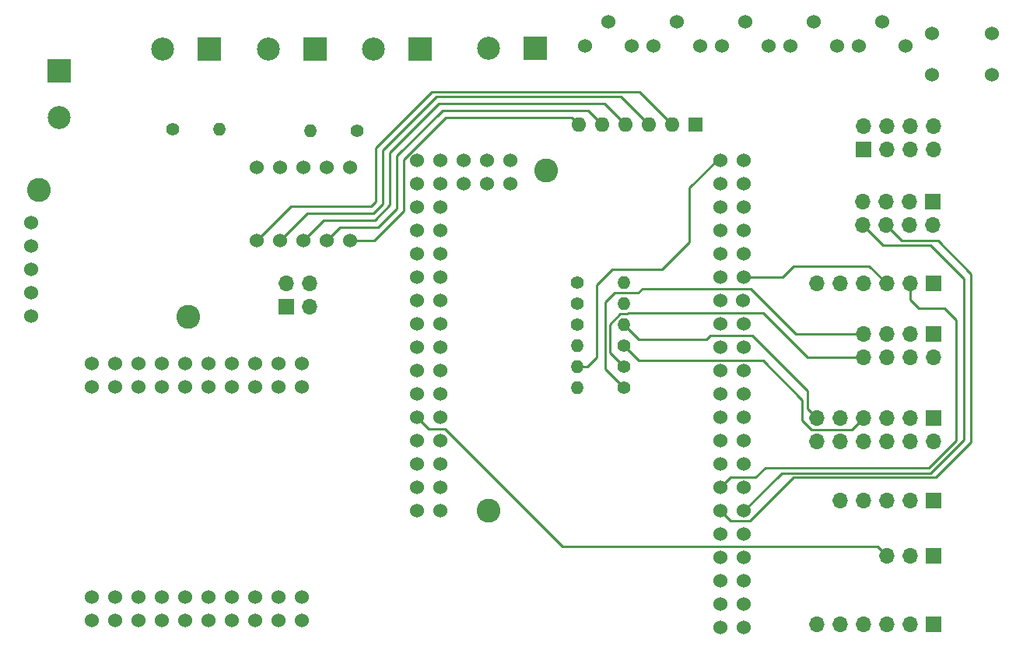
<source format=gbr>
%TF.GenerationSoftware,KiCad,Pcbnew,(6.0.0-0)*%
%TF.CreationDate,2022-02-24T11:08:07-05:00*%
%TF.ProjectId,LED_Controller_Without_Level_Shifter,4c45445f-436f-46e7-9472-6f6c6c65725f,1.0*%
%TF.SameCoordinates,Original*%
%TF.FileFunction,Copper,L2,Inr*%
%TF.FilePolarity,Positive*%
%FSLAX46Y46*%
G04 Gerber Fmt 4.6, Leading zero omitted, Abs format (unit mm)*
G04 Created by KiCad (PCBNEW (6.0.0-0)) date 2022-02-24 11:08:07*
%MOMM*%
%LPD*%
G01*
G04 APERTURE LIST*
%TA.AperFunction,ComponentPad*%
%ADD10R,2.500000X2.500000*%
%TD*%
%TA.AperFunction,ComponentPad*%
%ADD11C,2.500000*%
%TD*%
%TA.AperFunction,ComponentPad*%
%ADD12R,1.700000X1.700000*%
%TD*%
%TA.AperFunction,ComponentPad*%
%ADD13O,1.700000X1.700000*%
%TD*%
%TA.AperFunction,ComponentPad*%
%ADD14C,1.400000*%
%TD*%
%TA.AperFunction,ComponentPad*%
%ADD15O,1.400000X1.400000*%
%TD*%
%TA.AperFunction,ComponentPad*%
%ADD16R,1.600000X1.600000*%
%TD*%
%TA.AperFunction,ComponentPad*%
%ADD17O,1.600000X1.600000*%
%TD*%
%TA.AperFunction,ComponentPad*%
%ADD18C,1.524000*%
%TD*%
%TA.AperFunction,ComponentPad*%
%ADD19C,2.600000*%
%TD*%
%TA.AperFunction,Conductor*%
%ADD20C,0.250000*%
%TD*%
G04 APERTURE END LIST*
D10*
%TO.N,GND*%
%TO.C,J1*%
X93790000Y-70645000D03*
D11*
%TO.N,+12V*%
X93790000Y-75725000D03*
%TD*%
D10*
%TO.N,GND*%
%TO.C,J2*%
X110180000Y-68280000D03*
D11*
%TO.N,+5V*%
X105100000Y-68280000D03*
%TD*%
D10*
%TO.N,GND*%
%TO.C,J3*%
X133045000Y-68280000D03*
D11*
%TO.N,+5V*%
X127965000Y-68280000D03*
%TD*%
D10*
%TO.N,GND*%
%TO.C,J4*%
X121615000Y-68254000D03*
D11*
%TO.N,+5V*%
X116535000Y-68254000D03*
%TD*%
D12*
%TO.N,GND*%
%TO.C,J5*%
X188930000Y-99250000D03*
D13*
X188930000Y-101790000D03*
%TO.N,+5V*%
X186390000Y-99250000D03*
X186390000Y-101790000D03*
%TO.N,LDP_CLOCK*%
X183850000Y-99250000D03*
%TO.N,MAINT_CLOCK*%
X183850000Y-101790000D03*
%TO.N,/H-R1_LD*%
X181310000Y-99250000D03*
%TO.N,/H-R2-MD*%
X181310000Y-101790000D03*
%TD*%
D12*
%TO.N,GND*%
%TO.C,J6*%
X189000000Y-108380000D03*
D13*
X189000000Y-110920000D03*
%TO.N,+5V*%
X186460000Y-108380000D03*
X186460000Y-110920000D03*
%TO.N,CS1_CLOCK*%
X183920000Y-108380000D03*
%TO.N,VU1_CLOCK*%
X183920000Y-110920000D03*
%TO.N,/H-R3_C1D*%
X181380000Y-108380000D03*
%TO.N,/H-R4_V1D*%
X181380000Y-110920000D03*
%TO.N,CS2_CLOCK*%
X178840000Y-108380000D03*
%TO.N,VU2_CLOCK*%
X178840000Y-110920000D03*
%TO.N,/H-R5_C2D*%
X176300000Y-108380000D03*
%TO.N,/H-R6_V2D*%
X176300000Y-110920000D03*
%TD*%
D12*
%TO.N,GND*%
%TO.C,J7*%
X188976000Y-117334000D03*
D13*
%TO.N,+5V*%
X186436000Y-117334000D03*
%TO.N,DP_LOAD*%
X183896000Y-117334000D03*
%TO.N,DP_CLOCK*%
X181356000Y-117334000D03*
%TO.N,DP_DATA_IN*%
X178816000Y-117334000D03*
%TD*%
D12*
%TO.N,GND*%
%TO.C,J8*%
X188976000Y-130810000D03*
D13*
%TO.N,+5V*%
X186436000Y-130810000D03*
%TO.N,VU_STROBE*%
X183896000Y-130810000D03*
%TO.N,VU_RESET*%
X181356000Y-130810000D03*
%TO.N,SPECTRUM_LEFT*%
X178816000Y-130810000D03*
%TO.N,SPECTRUM_RIGHT*%
X176276000Y-130810000D03*
%TD*%
D12*
%TO.N,+5V*%
%TO.C,J9*%
X181320000Y-79145000D03*
D13*
X181320000Y-76605000D03*
%TO.N,GND*%
X183860000Y-79145000D03*
X183860000Y-76605000D03*
%TO.N,SCL*%
X186400000Y-79145000D03*
X186400000Y-76605000D03*
%TO.N,SDA*%
X188940000Y-79145000D03*
X188940000Y-76605000D03*
%TD*%
D12*
%TO.N,GND*%
%TO.C,J10*%
X188920000Y-84885000D03*
D13*
X188920000Y-87425000D03*
%TO.N,+5V*%
X186380000Y-84885000D03*
X186380000Y-87425000D03*
%TO.N,TX1*%
X183840000Y-84885000D03*
%TO.N,TX0*%
X183840000Y-87425000D03*
%TO.N,RX1*%
X181300000Y-84885000D03*
%TO.N,RX0*%
X181300000Y-87425000D03*
%TD*%
D12*
%TO.N,GND*%
%TO.C,J11*%
X188951000Y-93751000D03*
D13*
%TO.N,OE*%
X186411000Y-93751000D03*
%TO.N,SCL*%
X183871000Y-93751000D03*
%TO.N,SDA*%
X181331000Y-93751000D03*
%TO.N,+5V*%
X178791000Y-93751000D03*
X176251000Y-93751000D03*
%TD*%
D14*
%TO.N,/H-R2-MD*%
%TO.C,R2*%
X155290000Y-102822000D03*
D15*
%TO.N,MAINT_DATA*%
X150210000Y-102822000D03*
%TD*%
D14*
%TO.N,/H-R3_C1D*%
%TO.C,R3*%
X155290000Y-100534000D03*
D15*
%TO.N,CS1_DATA*%
X150210000Y-100534000D03*
%TD*%
D14*
%TO.N,CS2_DATA*%
%TO.C,R4*%
X150210000Y-98246000D03*
D15*
%TO.N,/H-R5_C2D*%
X155290000Y-98246000D03*
%TD*%
D14*
%TO.N,VU1_DATA*%
%TO.C,R5*%
X150210000Y-95958000D03*
D15*
%TO.N,/H-R4_V1D*%
X155290000Y-95958000D03*
%TD*%
D14*
%TO.N,VU2_DATA*%
%TO.C,R6*%
X150210000Y-93670000D03*
D15*
%TO.N,/H-R6_V2D*%
X155290000Y-93670000D03*
%TD*%
D16*
%TO.N,GND*%
%TO.C,RN1*%
X163068000Y-76454000D03*
D17*
%TO.N,JUMPER1*%
X160528000Y-76454000D03*
%TO.N,JUMPER2*%
X157988000Y-76454000D03*
%TO.N,JUMPER3*%
X155448000Y-76454000D03*
%TO.N,JUMPER4*%
X152908000Y-76454000D03*
%TO.N,JUMPER5*%
X150368000Y-76454000D03*
%TD*%
D18*
%TO.N,unconnected-(U1-Pad0)*%
%TO.C,U1*%
X90780000Y-87130000D03*
%TO.N,+12V*%
X90780000Y-89670000D03*
%TO.N,GND*%
X90780000Y-92210000D03*
X90780000Y-94750000D03*
%TO.N,+5V*%
X90780000Y-97290000D03*
D19*
%TO.N,N/C*%
X107838800Y-97361200D03*
X91610000Y-83600000D03*
%TD*%
D18*
%TO.N,unconnected-(U2-Pad0)*%
%TO.C,U2*%
X105015400Y-130406600D03*
%TO.N,unconnected-(U2-Pad1)*%
X120205400Y-127866600D03*
%TO.N,unconnected-(U2-Pad2)*%
X102475400Y-130406600D03*
%TO.N,unconnected-(U2-Pad3)*%
X117715400Y-127866600D03*
%TO.N,unconnected-(U2-Pad4)*%
X107555400Y-130406600D03*
%TO.N,unconnected-(U2-Pad5)*%
X105015400Y-105000600D03*
%TO.N,unconnected-(U2-Pad18)*%
X112635400Y-105000600D03*
%TO.N,unconnected-(U2-Pad19)*%
X110095400Y-105000600D03*
%TO.N,unconnected-(U2-Pad21)*%
X112635400Y-127866600D03*
%TO.N,unconnected-(U2-Pad22)*%
X115175400Y-127866600D03*
%TO.N,unconnected-(U2-Pad23)*%
X107555400Y-105000600D03*
%TO.N,unconnected-(U2-Pad25)*%
X107555400Y-127866600D03*
%TO.N,unconnected-(U2-Pad26)*%
X115175400Y-105000600D03*
%TO.N,unconnected-(U2-Pad27)*%
X110095400Y-127866600D03*
%TO.N,unconnected-(U2-Pad32)*%
X112635400Y-130406600D03*
%TO.N,unconnected-(U2-Pad33)*%
X110095400Y-102460600D03*
%TO.N,unconnected-(U2-Pad34)*%
X107555400Y-102460600D03*
%TO.N,unconnected-(U2-Pad35)*%
X112635400Y-102460600D03*
%TO.N,unconnected-(U2-Pad39)*%
X115175400Y-102460600D03*
%TO.N,GND*%
X105015400Y-127866600D03*
X120255400Y-130406600D03*
X120255400Y-102460600D03*
%TO.N,+5V*%
X102475400Y-127866600D03*
%TO.N,3.3V*%
X102475400Y-105000600D03*
%TO.N,unconnected-(U2-Pad80)*%
X99935400Y-127866600D03*
%TO.N,unconnected-(U2-Pad81)*%
X97395400Y-127866600D03*
%TO.N,unconnected-(U2-Pad82)*%
X110095400Y-130406600D03*
%TO.N,unconnected-(U2-Pad83)*%
X99935400Y-130406600D03*
%TO.N,unconnected-(U2-Pad84)*%
X97395400Y-130406600D03*
%TO.N,unconnected-(U2-Pad85)*%
X120255400Y-105000600D03*
%TO.N,unconnected-(U2-Pad86)*%
X117715400Y-105000600D03*
%TO.N,unconnected-(U2-Pad87)*%
X99935400Y-105000600D03*
%TO.N,unconnected-(U2-Pad88)*%
X97395400Y-105000600D03*
%TO.N,unconnected-(U2-Pad89)*%
X117715400Y-102460600D03*
%TO.N,unconnected-(U2-Pad90)*%
X105015400Y-102460600D03*
%TO.N,unconnected-(U2-Pad91)*%
X102475400Y-102460600D03*
%TO.N,unconnected-(U2-Pad92)*%
X99935400Y-102460600D03*
%TO.N,unconnected-(U2-Pad93)*%
X97395400Y-102460600D03*
%TO.N,ESP_LOGIC_RX*%
X115175400Y-130406600D03*
%TO.N,ESP_LOGIC_TX*%
X117715400Y-130406600D03*
%TD*%
D14*
%TO.N,/H-R1_LD*%
%TO.C,R1*%
X155290000Y-105110000D03*
D15*
%TO.N,LDP_DATA*%
X150210000Y-105110000D03*
%TD*%
D18*
%TO.N,JUMPER5*%
%TO.C,SW1*%
X125476000Y-89091000D03*
%TO.N,JUMPER4*%
X122936000Y-89091000D03*
%TO.N,JUMPER3*%
X120396000Y-89091000D03*
%TO.N,JUMPER2*%
X117856000Y-89091000D03*
%TO.N,JUMPER1*%
X115316000Y-89091000D03*
%TO.N,+5V*%
X115316000Y-81089000D03*
X117856000Y-81089000D03*
X120396000Y-81089000D03*
X122936000Y-81089000D03*
X125476000Y-81089000D03*
%TD*%
%TO.N,GND*%
%TO.C,SW2*%
X188820000Y-71020000D03*
%TO.N,RESET*%
X188820000Y-66520000D03*
%TO.N,GND*%
X195320000Y-71020000D03*
%TO.N,RESET*%
X195320000Y-66520000D03*
%TD*%
%TO.N,TX0*%
%TO.C,U4*%
X165770000Y-118470000D03*
%TO.N,RX0*%
X168310000Y-118470000D03*
%TO.N,OE*%
X165770000Y-115930000D03*
%TO.N,DP_DATA_IN*%
X168310000Y-115930000D03*
%TO.N,DP_CLOCK*%
X165780000Y-113390000D03*
%TO.N,DP_LOAD*%
X168310000Y-113390000D03*
%TO.N,unconnected-(U4-Pad6)*%
X165770000Y-110850000D03*
%TO.N,unconnected-(U4-Pad7)*%
X168310000Y-110850000D03*
%TO.N,unconnected-(U4-Pad8)*%
X165770000Y-108310000D03*
%TO.N,unconnected-(U4-Pad9)*%
X168310000Y-108310000D03*
%TO.N,unconnected-(U4-Pad10)*%
X165770000Y-105770000D03*
%TO.N,unconnected-(U4-Pad11)*%
X168310000Y-105770000D03*
%TO.N,VU_STROBE*%
X165770000Y-103230000D03*
%TO.N,VU_RESET*%
X168310000Y-103230000D03*
%TO.N,unconnected-(U4-Pad14)*%
X165770000Y-100690000D03*
%TO.N,unconnected-(U4-Pad15)*%
X168310000Y-100690000D03*
%TO.N,LOGIC_2560_RX*%
X165770000Y-98150000D03*
%TO.N,LOGIC_2560_TX*%
X168310000Y-98150000D03*
%TO.N,TX1*%
X165780000Y-95610000D03*
%TO.N,RX1*%
X168230000Y-95610000D03*
%TO.N,SDA*%
X165780000Y-93070000D03*
%TO.N,SCL*%
X168310000Y-93070000D03*
%TO.N,unconnected-(U4-Pad22)*%
X165770000Y-90530000D03*
%TO.N,unconnected-(U4-Pad23)*%
X168310000Y-90530000D03*
%TO.N,unconnected-(U4-Pad24)*%
X165770000Y-87990000D03*
%TO.N,unconnected-(U4-Pad25)*%
X168310000Y-87990000D03*
%TO.N,unconnected-(U4-Pad26)*%
X165770000Y-85450000D03*
%TO.N,unconnected-(U4-Pad27)*%
X168310000Y-85450000D03*
%TO.N,unconnected-(U4-Pad28)*%
X165770000Y-82910000D03*
%TO.N,unconnected-(U4-Pad29)*%
X168310000Y-82910000D03*
%TO.N,MAINT_DATA*%
X165770000Y-80370000D03*
%TO.N,unconnected-(U4-Pad31)*%
X168310000Y-80370000D03*
%TO.N,MAINT_CLOCK*%
X132750000Y-98150000D03*
%TO.N,unconnected-(U4-Pad33)*%
X135290000Y-98150000D03*
%TO.N,LDP_DATA*%
X132750000Y-95610000D03*
%TO.N,unconnected-(U4-Pad35)*%
X135290000Y-95610000D03*
%TO.N,LDP_CLOCK*%
X132750000Y-93070000D03*
%TO.N,unconnected-(U4-Pad37)*%
X135290000Y-93070000D03*
%TO.N,CS1_DATA*%
X132750000Y-90530000D03*
%TO.N,unconnected-(U4-Pad39)*%
X135290000Y-90530000D03*
%TO.N,CS1_CLOCK*%
X132750000Y-87990000D03*
%TO.N,unconnected-(U4-Pad41)*%
X135290000Y-87990000D03*
%TO.N,CS2_DATA*%
X132750000Y-85450000D03*
%TO.N,unconnected-(U4-Pad43)*%
X135290000Y-85450000D03*
%TO.N,CS2_CLOCK*%
X132750000Y-82910000D03*
%TO.N,JUMPER5*%
X135290000Y-82910000D03*
%TO.N,VU1_DATA*%
X132750000Y-80370000D03*
%TO.N,JUMPER4*%
X135290000Y-80370000D03*
%TO.N,VU1_CLOCK*%
X137840000Y-80370000D03*
%TO.N,JUMPER3*%
X137830000Y-82910000D03*
%TO.N,VU2_DATA*%
X140370000Y-80370000D03*
%TO.N,JUMPER2*%
X140370000Y-82910000D03*
%TO.N,VU2_CLOCK*%
X142910000Y-80370000D03*
%TO.N,JUMPER1*%
X142910000Y-82910000D03*
%TO.N,GND*%
X168310000Y-128630000D03*
X165770000Y-128630000D03*
%TO.N,+5V*%
X165770000Y-131170000D03*
X168310000Y-131170000D03*
%TO.N,unconnected-(U4-Pad72)*%
X165770000Y-126090000D03*
%TO.N,unconnected-(U4-Pad73)*%
X168310000Y-126090000D03*
%TO.N,unconnected-(U4-Pad74)*%
X168310000Y-123550000D03*
%TO.N,unconnected-(U4-Pad75)*%
X165770000Y-123550000D03*
D19*
%TO.N,N/C*%
X146820000Y-81440000D03*
X140530000Y-118470000D03*
D18*
%TO.N,unconnected-(U4-Pad104)*%
X165770000Y-121010000D03*
%TO.N,RESET*%
X168310000Y-121010000D03*
%TO.N,SPECTRUM_LEFT*%
X132750000Y-118470000D03*
%TO.N,SPECTRUM_RIGHT*%
X135290000Y-118470000D03*
%TO.N,TRIM1*%
X132750000Y-115930000D03*
%TO.N,TRIM2*%
X135290000Y-115930000D03*
%TO.N,TRIM3*%
X132750000Y-113390000D03*
%TO.N,TRIM4*%
X135290000Y-113390000D03*
%TO.N,TRIM5*%
X132750000Y-110850000D03*
%TO.N,BATTERY_LEVEL*%
X135290000Y-110850000D03*
%TO.N,EXT_MIC*%
X132750000Y-108310000D03*
%TO.N,unconnected-(U4-Pad209)*%
X135290000Y-108310000D03*
%TO.N,unconnected-(U4-Pad210)*%
X132750000Y-105770000D03*
%TO.N,unconnected-(U4-Pad211)*%
X135290000Y-105770000D03*
%TO.N,unconnected-(U4-Pad212)*%
X132750000Y-103230000D03*
%TO.N,unconnected-(U4-Pad213)*%
X135290000Y-103230000D03*
%TO.N,unconnected-(U4-Pad214)*%
X132750000Y-100690000D03*
%TO.N,unconnected-(U4-Pad215)*%
X135290000Y-100690000D03*
%TD*%
%TO.N,GND*%
%TO.C,RV1*%
X156140000Y-67935000D03*
%TO.N,TRIM1*%
X153600000Y-65325000D03*
%TO.N,+5V*%
X151060000Y-67935000D03*
%TD*%
%TO.N,GND*%
%TO.C,RV2*%
X171015000Y-67935000D03*
%TO.N,TRIM3*%
X168475000Y-65325000D03*
%TO.N,+5V*%
X165935000Y-67935000D03*
%TD*%
%TO.N,GND*%
%TO.C,RV3*%
X185890000Y-67935000D03*
%TO.N,TRIM5*%
X183350000Y-65325000D03*
%TO.N,+5V*%
X180810000Y-67935000D03*
%TD*%
%TO.N,GND*%
%TO.C,RV4*%
X163577500Y-67935000D03*
%TO.N,TRIM2*%
X161037500Y-65325000D03*
%TO.N,+5V*%
X158497500Y-67935000D03*
%TD*%
%TO.N,GND*%
%TO.C,RV5*%
X178452500Y-67935000D03*
%TO.N,TRIM4*%
X175912500Y-65325000D03*
%TO.N,+5V*%
X173372500Y-67935000D03*
%TD*%
D12*
%TO.N,ESP_LOGIC_RX*%
%TO.C,J13*%
X118545000Y-96315000D03*
D13*
%TO.N,ESP_LOGIC_TX*%
X118545000Y-93775000D03*
%TO.N,LOGIC_2560_RX*%
X121085000Y-96315000D03*
%TO.N,LOGIC_2560_TX*%
X121085000Y-93775000D03*
%TD*%
D12*
%TO.N,GND*%
%TO.C,J13*%
X188975000Y-123340000D03*
D13*
%TO.N,+5V*%
X186435000Y-123340000D03*
%TO.N,EXT_MIC*%
X183895000Y-123340000D03*
%TD*%
D14*
%TO.N,BATTERY_LEVEL*%
%TO.C,R7*%
X106172000Y-76962000D03*
D15*
%TO.N,POS*%
X111252000Y-76962000D03*
%TD*%
D14*
%TO.N,NEG*%
%TO.C,R8*%
X126238000Y-77140000D03*
D15*
%TO.N,BATTERY_LEVEL*%
X121158000Y-77140000D03*
%TD*%
D10*
%TO.N,POS*%
%TO.C,J12*%
X145625000Y-68170000D03*
D11*
%TO.N,NEG*%
X140545000Y-68170000D03*
%TD*%
D20*
%TO.N,SCL*%
X173754800Y-91840000D02*
X172524800Y-93070000D01*
X183871000Y-93751000D02*
X181960000Y-91840000D01*
X172524800Y-93070000D02*
X168310000Y-93070000D01*
X181960000Y-91840000D02*
X173754800Y-91840000D01*
%TO.N,RX0*%
X172421520Y-114358480D02*
X188663520Y-114358480D01*
X168250000Y-118530000D02*
X172421520Y-114358480D01*
X192278000Y-110744000D02*
X192278000Y-93218000D01*
X192278000Y-93218000D02*
X188630000Y-89570000D01*
X188663520Y-114358480D02*
X192278000Y-110744000D01*
X188630000Y-89570000D02*
X183445000Y-89570000D01*
X183445000Y-89570000D02*
X181300000Y-87425000D01*
%TO.N,TX0*%
X189450480Y-89120480D02*
X185535480Y-89120480D01*
X166856511Y-119556511D02*
X168943489Y-119556511D01*
X173692000Y-114808000D02*
X189230000Y-114808000D01*
X165770000Y-118470000D02*
X166856511Y-119556511D01*
X185535480Y-89120480D02*
X183840000Y-87425000D01*
X193040000Y-92710000D02*
X189450480Y-89120480D01*
X168943489Y-119556511D02*
X173692000Y-114808000D01*
X193040000Y-110998000D02*
X193040000Y-92710000D01*
X189230000Y-114808000D02*
X193040000Y-110998000D01*
%TO.N,OE*%
X166856511Y-114843489D02*
X169616511Y-114843489D01*
X169616511Y-114843489D02*
X170690000Y-113770000D01*
X165522600Y-116177400D02*
X166856511Y-114843489D01*
X186411000Y-95491000D02*
X186411000Y-93751000D01*
X191430000Y-97720000D02*
X190160000Y-96450000D01*
X191430000Y-110820000D02*
X191430000Y-97720000D01*
X187370000Y-96450000D02*
X186411000Y-95491000D01*
X188480000Y-113770000D02*
X191430000Y-110820000D01*
X170690000Y-113770000D02*
X188480000Y-113770000D01*
X190160000Y-96450000D02*
X187370000Y-96450000D01*
%TO.N,MAINT_DATA*%
X162420000Y-89240000D02*
X159450000Y-92210000D01*
X152340000Y-101780000D02*
X151298000Y-102822000D01*
X162420000Y-83360000D02*
X162420000Y-89240000D01*
X165410000Y-80370000D02*
X162420000Y-83360000D01*
X165770000Y-80370000D02*
X165410000Y-80370000D01*
X151298000Y-102822000D02*
X150210000Y-102822000D01*
X159450000Y-92210000D02*
X154014282Y-92210000D01*
X154014282Y-92210000D02*
X152340000Y-93884282D01*
X152340000Y-93884282D02*
X152340000Y-101780000D01*
%TO.N,JUMPER5*%
X149606000Y-75692000D02*
X135890000Y-75692000D01*
X135890000Y-75692000D02*
X131318000Y-80264000D01*
X131318000Y-85852000D02*
X128079000Y-89091000D01*
X131318000Y-80264000D02*
X131318000Y-85852000D01*
X150368000Y-76454000D02*
X149606000Y-75692000D01*
X128079000Y-89091000D02*
X125476000Y-89091000D01*
%TO.N,JUMPER4*%
X124397000Y-87630000D02*
X122936000Y-89091000D01*
X151384000Y-74930000D02*
X135508282Y-74930000D01*
X128524000Y-87630000D02*
X124397000Y-87630000D01*
X130556000Y-85598000D02*
X128524000Y-87630000D01*
X152908000Y-76454000D02*
X151384000Y-74930000D01*
X130556000Y-79882282D02*
X130556000Y-85598000D01*
X135508282Y-74930000D02*
X130556000Y-79882282D01*
%TO.N,JUMPER3*%
X153162000Y-74168000D02*
X135128000Y-74168000D01*
X129794000Y-79502000D02*
X129794000Y-85217000D01*
X122619000Y-86868000D02*
X120396000Y-89091000D01*
X129794000Y-85217000D02*
X128143000Y-86868000D01*
X128143000Y-86868000D02*
X122619000Y-86868000D01*
X135128000Y-74168000D02*
X129794000Y-79502000D01*
X155448000Y-76454000D02*
X153162000Y-74168000D01*
%TO.N,JUMPER2*%
X129032000Y-79248000D02*
X129032000Y-85090000D01*
X128016000Y-86106000D02*
X120841000Y-86106000D01*
X120841000Y-86106000D02*
X117856000Y-89091000D01*
X157988000Y-76454000D02*
X154940000Y-73406000D01*
X154940000Y-73406000D02*
X134874000Y-73406000D01*
X134874000Y-73406000D02*
X129032000Y-79248000D01*
X129032000Y-85090000D02*
X128016000Y-86106000D01*
%TO.N,JUMPER1*%
X156972000Y-72898000D02*
X160528000Y-76454000D01*
X128270000Y-84836000D02*
X128270000Y-78994000D01*
X119063000Y-85344000D02*
X127762000Y-85344000D01*
X127762000Y-85344000D02*
X128270000Y-84836000D01*
X128270000Y-78994000D02*
X134366000Y-72898000D01*
X115316000Y-89091000D02*
X119063000Y-85344000D01*
X134366000Y-72898000D02*
X156972000Y-72898000D01*
%TO.N,EXT_MIC*%
X148550000Y-122330000D02*
X135820000Y-109600000D01*
X182885000Y-122330000D02*
X148550000Y-122330000D01*
X135820000Y-109600000D02*
X134040000Y-109600000D01*
X183895000Y-123340000D02*
X182885000Y-122330000D01*
X134040000Y-109600000D02*
X132750000Y-108310000D01*
%TO.N,/H-R1_LD*%
X157270000Y-94290000D02*
X169050000Y-94290000D01*
X156800000Y-94760000D02*
X157270000Y-94290000D01*
X153270480Y-103090480D02*
X153270480Y-95759520D01*
X153270480Y-95759520D02*
X154270000Y-94760000D01*
X169050000Y-94290000D02*
X174010000Y-99250000D01*
X154270000Y-94760000D02*
X156800000Y-94760000D01*
X174010000Y-99250000D02*
X181310000Y-99250000D01*
X155290000Y-105110000D02*
X153270480Y-103090480D01*
%TO.N,/H-R2-MD*%
X153720000Y-101252000D02*
X153720000Y-98210000D01*
X155290000Y-102822000D02*
X153720000Y-101252000D01*
X155746878Y-96950000D02*
X170390000Y-96950000D01*
X155616878Y-97080000D02*
X155746878Y-96950000D01*
X170390000Y-96950000D02*
X175230000Y-101790000D01*
X175230000Y-101790000D02*
X181310000Y-101790000D01*
X153720000Y-98210000D02*
X154850000Y-97080000D01*
X154850000Y-97080000D02*
X155616878Y-97080000D01*
%TO.N,/H-R3_C1D*%
X180100000Y-109660000D02*
X181380000Y-108380000D01*
X167859951Y-102143489D02*
X170383489Y-102143489D01*
X165313440Y-102150000D02*
X165319951Y-102143489D01*
X156906000Y-102150000D02*
X165313440Y-102150000D01*
X166226560Y-102150000D02*
X167853440Y-102150000D01*
X174660000Y-108620000D02*
X175700000Y-109660000D01*
X165319951Y-102143489D02*
X166220049Y-102143489D01*
X166220049Y-102143489D02*
X166226560Y-102150000D01*
X174660000Y-106420000D02*
X174660000Y-108620000D01*
X155290000Y-100534000D02*
X156906000Y-102150000D01*
X175700000Y-109660000D02*
X180100000Y-109660000D01*
X167853440Y-102150000D02*
X167859951Y-102143489D01*
X170383489Y-102143489D02*
X174660000Y-106420000D01*
%TO.N,/H-R5_C2D*%
X175260000Y-107340000D02*
X176300000Y-108380000D01*
X155290000Y-98246000D02*
X156874000Y-99830000D01*
X169280000Y-99450000D02*
X175260000Y-105430000D01*
X164250000Y-99830000D02*
X164630000Y-99450000D01*
X164630000Y-99450000D02*
X169280000Y-99450000D01*
X156874000Y-99830000D02*
X164250000Y-99830000D01*
X175260000Y-105430000D02*
X175260000Y-107340000D01*
%TD*%
M02*

</source>
